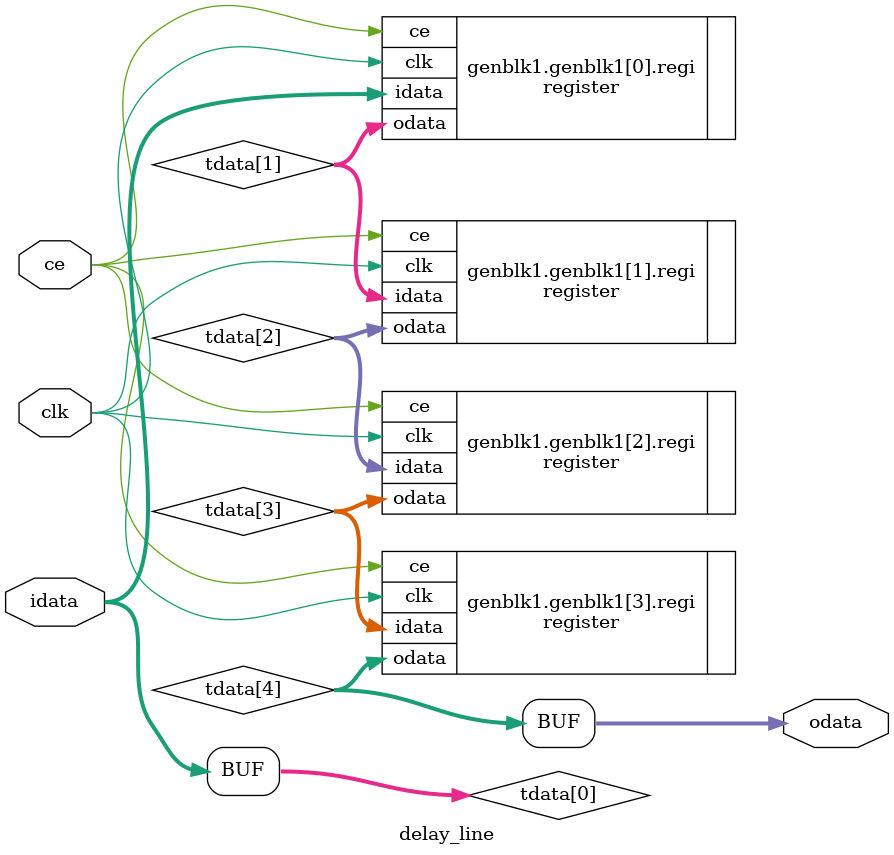
<source format=v>
`timescale 1ns / 1ps


module delay_line #
(
    parameter N = 4,
    parameter DELAY = 4
)
(
    input [N-1:0]idata,
    input clk,
    input ce,
    output [N-1:0]odata
);

wire [N-1:0] tdata [DELAY:0];
assign tdata [0] = idata;
genvar i;

generate
if (DELAY > 0)
begin
    for (i = 0; i < DELAY; i = i + 1)
    begin
        register #
        (
            .N(N)
        ) regi     
        (
            .clk(clk),
            .ce(ce),
            .idata(tdata[i]),
            .odata(tdata[i+1])
        );
        end 
end else
begin
    assign odata = idata;
end
assign odata = tdata[DELAY];
  
endgenerate

endmodule

</source>
